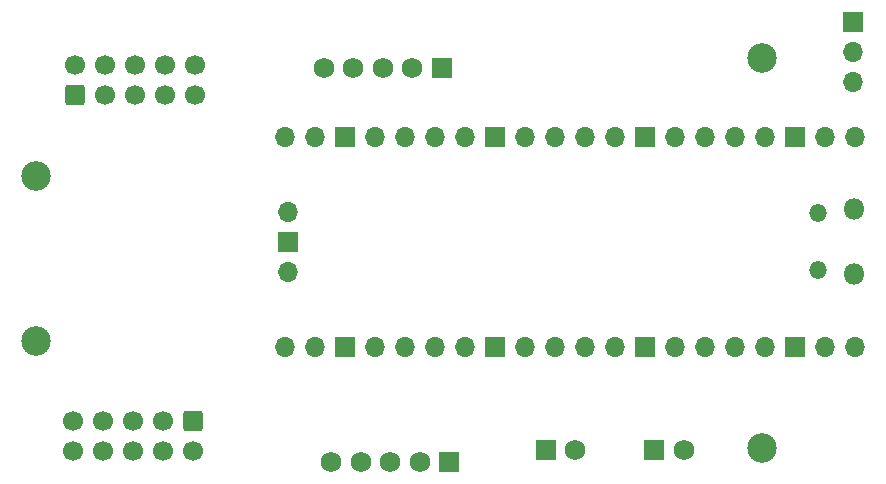
<source format=gbr>
%TF.GenerationSoftware,KiCad,Pcbnew,7.0.1-1.fc37*%
%TF.CreationDate,2023-03-22T21:56:34-05:00*%
%TF.ProjectId,main_board,6d61696e-5f62-46f6-9172-642e6b696361,rev?*%
%TF.SameCoordinates,Original*%
%TF.FileFunction,Soldermask,Bot*%
%TF.FilePolarity,Negative*%
%FSLAX46Y46*%
G04 Gerber Fmt 4.6, Leading zero omitted, Abs format (unit mm)*
G04 Created by KiCad (PCBNEW 7.0.1-1.fc37) date 2023-03-22 21:56:34*
%MOMM*%
%LPD*%
G01*
G04 APERTURE LIST*
G04 Aperture macros list*
%AMRoundRect*
0 Rectangle with rounded corners*
0 $1 Rounding radius*
0 $2 $3 $4 $5 $6 $7 $8 $9 X,Y pos of 4 corners*
0 Add a 4 corners polygon primitive as box body*
4,1,4,$2,$3,$4,$5,$6,$7,$8,$9,$2,$3,0*
0 Add four circle primitives for the rounded corners*
1,1,$1+$1,$2,$3*
1,1,$1+$1,$4,$5*
1,1,$1+$1,$6,$7*
1,1,$1+$1,$8,$9*
0 Add four rect primitives between the rounded corners*
20,1,$1+$1,$2,$3,$4,$5,0*
20,1,$1+$1,$4,$5,$6,$7,0*
20,1,$1+$1,$6,$7,$8,$9,0*
20,1,$1+$1,$8,$9,$2,$3,0*%
G04 Aperture macros list end*
%ADD10R,1.750000X1.750000*%
%ADD11C,1.750000*%
%ADD12C,2.500000*%
%ADD13RoundRect,0.250000X0.600000X-0.600000X0.600000X0.600000X-0.600000X0.600000X-0.600000X-0.600000X0*%
%ADD14C,1.700000*%
%ADD15RoundRect,0.250000X-0.600000X0.600000X-0.600000X-0.600000X0.600000X-0.600000X0.600000X0.600000X0*%
%ADD16O,1.800000X1.800000*%
%ADD17O,1.500000X1.500000*%
%ADD18O,1.700000X1.700000*%
%ADD19R,1.700000X1.700000*%
G04 APERTURE END LIST*
D10*
%TO.C,J12*%
X62741601Y-60228297D03*
D11*
X60241601Y-60228297D03*
X57741601Y-60228297D03*
X55241601Y-60228297D03*
X52741601Y-60228297D03*
%TD*%
D12*
%TO.C,REF\u002A\u002A*%
X89250000Y-59000000D03*
%TD*%
D10*
%TO.C,J8*%
X62095641Y-26831617D03*
D11*
X59595641Y-26831617D03*
X57095641Y-26831617D03*
X54595641Y-26831617D03*
X52095641Y-26831617D03*
%TD*%
D12*
%TO.C,REF\u002A\u002A*%
X89250000Y-26000000D03*
%TD*%
D10*
%TO.C,J5*%
X80107542Y-59228823D03*
D11*
X82607542Y-59228823D03*
%TD*%
D12*
%TO.C,REF\u002A\u002A*%
X27736213Y-50000000D03*
%TD*%
D13*
%TO.C,J10*%
X31081671Y-29113830D03*
D14*
X31081671Y-26573830D03*
X33621671Y-29113830D03*
X33621671Y-26573830D03*
X36161671Y-29113830D03*
X36161671Y-26573830D03*
X38701671Y-29113830D03*
X38701671Y-26573830D03*
X41241671Y-29113830D03*
X41241671Y-26573830D03*
%TD*%
D10*
%TO.C,J3*%
X70905936Y-59166929D03*
D11*
X73405936Y-59166929D03*
%TD*%
D15*
%TO.C,J9*%
X41027765Y-56779055D03*
D14*
X41027765Y-59319055D03*
X38487765Y-56779055D03*
X38487765Y-59319055D03*
X35947765Y-56779055D03*
X35947765Y-59319055D03*
X33407765Y-56779055D03*
X33407765Y-59319055D03*
X30867765Y-56779055D03*
X30867765Y-59319055D03*
%TD*%
D16*
%TO.C,U2*%
X97000000Y-38825114D03*
D17*
X93970000Y-39125114D03*
X93970000Y-43975114D03*
D16*
X97000000Y-44275114D03*
D18*
X97130000Y-32660114D03*
X94590000Y-32660114D03*
D19*
X92050000Y-32660114D03*
D18*
X89510000Y-32660114D03*
X86970000Y-32660114D03*
X84430000Y-32660114D03*
X81890000Y-32660114D03*
D19*
X79350000Y-32660114D03*
D18*
X76810000Y-32660114D03*
X74270000Y-32660114D03*
X71730000Y-32660114D03*
X69190000Y-32660114D03*
D19*
X66650000Y-32660114D03*
D18*
X64110000Y-32660114D03*
X61570000Y-32660114D03*
X59030000Y-32660114D03*
X56490000Y-32660114D03*
D19*
X53950000Y-32660114D03*
D18*
X51410000Y-32660114D03*
X48870000Y-32660114D03*
X48870000Y-50440114D03*
X51410000Y-50440114D03*
D19*
X53950000Y-50440114D03*
D18*
X56490000Y-50440114D03*
X59030000Y-50440114D03*
X61570000Y-50440114D03*
X64110000Y-50440114D03*
D19*
X66650000Y-50440114D03*
D18*
X69190000Y-50440114D03*
X71730000Y-50440114D03*
X74270000Y-50440114D03*
X76810000Y-50440114D03*
D19*
X79350000Y-50440114D03*
D18*
X81890000Y-50440114D03*
X84430000Y-50440114D03*
X86970000Y-50440114D03*
X89510000Y-50440114D03*
D19*
X92050000Y-50440114D03*
D18*
X94590000Y-50440114D03*
X97130000Y-50440114D03*
X49100000Y-39010114D03*
D19*
X49100000Y-41550114D03*
D18*
X49100000Y-44090114D03*
%TD*%
D12*
%TO.C,REF\u002A\u002A*%
X27736213Y-36000000D03*
%TD*%
D19*
%TO.C,J1*%
X96916842Y-22939838D03*
D18*
X96916842Y-25479838D03*
X96916842Y-28019838D03*
%TD*%
M02*

</source>
